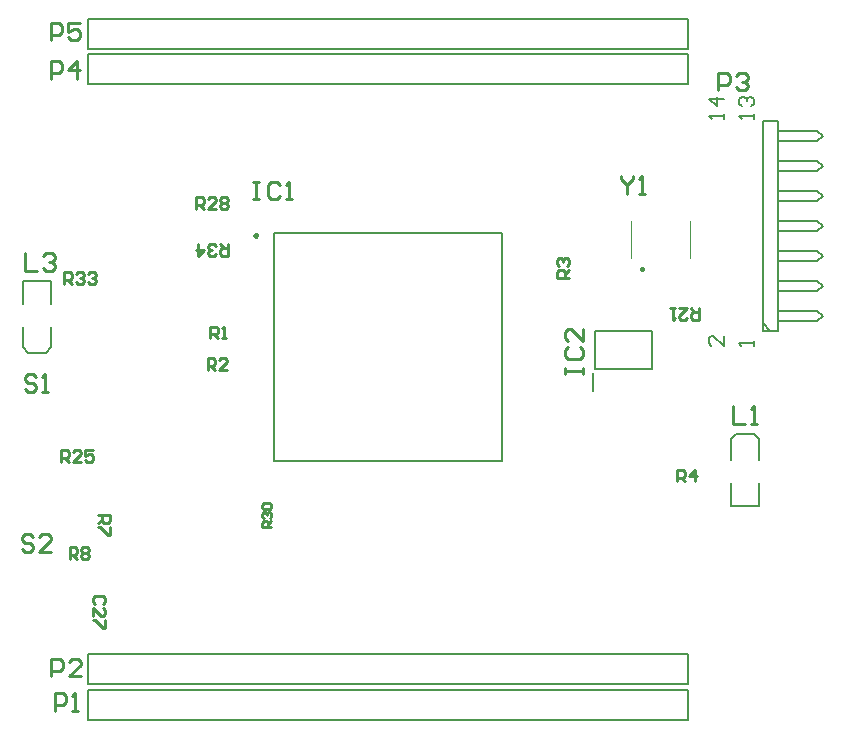
<source format=gto>
%FSTAX23Y23*%
%MOIN*%
%SFA1B1*%

%IPPOS*%
%ADD10C,0.011810*%
%ADD11C,0.009840*%
%ADD12C,0.007870*%
%ADD13C,0.003940*%
%ADD14C,0.008000*%
%ADD15C,0.010000*%
%LNpcb1-1*%
%LPD*%
G54D10*
X02149Y01553D02*
D01*
X0215Y01553*
X0215Y01553*
X0215Y01553*
X0215Y01553*
X0215Y01553*
X0215Y01553*
X0215Y01553*
X0215Y01553*
X02151Y01554*
X02151Y01554*
X02151Y01554*
X02151Y01554*
X02151Y01554*
X02151Y01554*
X02151Y01554*
X02151Y01554*
X02151Y01554*
X02151Y01555*
X02151Y01555*
X02151Y01555*
X02151Y01555*
X02151Y01555*
Y01555*
X02151Y01555*
X02151Y01555*
X02151Y01556*
X02151Y01556*
X02151Y01556*
X02151Y01556*
X02151Y01556*
X02151Y01556*
X02151Y01556*
X02151Y01556*
X02151Y01557*
X02151Y01557*
X02151Y01557*
X0215Y01557*
X0215Y01557*
X0215Y01557*
X0215Y01557*
X0215Y01557*
X0215Y01557*
X0215Y01557*
X0215Y01557*
X02149Y01557*
D01*
X02149Y01557*
X02149Y01557*
X02149Y01557*
X02149Y01557*
X02149Y01557*
X02149Y01557*
X02149Y01557*
X02148Y01557*
X02148Y01557*
X02148Y01557*
X02148Y01557*
X02148Y01556*
X02148Y01556*
X02148Y01556*
X02148Y01556*
X02148Y01556*
X02148Y01556*
X02148Y01556*
X02148Y01556*
X02148Y01555*
X02147Y01555*
X02147Y01555*
Y01555*
X02147Y01555*
X02148Y01555*
X02148Y01555*
X02148Y01554*
X02148Y01554*
X02148Y01554*
X02148Y01554*
X02148Y01554*
X02148Y01554*
X02148Y01554*
X02148Y01554*
X02148Y01554*
X02148Y01554*
X02148Y01553*
X02149Y01553*
X02149Y01553*
X02149Y01553*
X02149Y01553*
X02149Y01553*
X02149Y01553*
X02149Y01553*
X02149Y01553*
G54D11*
X00866Y0167D02*
D01*
X00866Y0167*
X00866Y0167*
X00866Y01671*
X00866Y01671*
X00865Y01671*
X00865Y01672*
X00865Y01672*
X00865Y01672*
X00865Y01673*
X00865Y01673*
X00864Y01673*
X00864Y01673*
X00864Y01674*
X00864Y01674*
X00863Y01674*
X00863Y01674*
X00863Y01674*
X00862Y01674*
X00862Y01675*
X00862Y01675*
X00861Y01675*
X00861Y01675*
X00861*
X0086Y01675*
X0086Y01675*
X0086Y01675*
X00859Y01674*
X00859Y01674*
X00859Y01674*
X00858Y01674*
X00858Y01674*
X00858Y01674*
X00857Y01673*
X00857Y01673*
X00857Y01673*
X00857Y01673*
X00857Y01672*
X00856Y01672*
X00856Y01672*
X00856Y01671*
X00856Y01671*
X00856Y01671*
X00856Y0167*
X00856Y0167*
X00856Y0167*
X00856Y01669*
X00856Y01669*
X00856Y01669*
X00856Y01668*
X00856Y01668*
X00856Y01668*
X00856Y01667*
X00857Y01667*
X00857Y01667*
X00857Y01667*
X00857Y01666*
X00857Y01666*
X00858Y01666*
X00858Y01666*
X00858Y01665*
X00859Y01665*
X00859Y01665*
X00859Y01665*
X0086Y01665*
X0086Y01665*
X0086Y01665*
X00861Y01665*
X00861*
X00861Y01665*
X00862Y01665*
X00862Y01665*
X00862Y01665*
X00863Y01665*
X00863Y01665*
X00863Y01665*
X00864Y01666*
X00864Y01666*
X00864Y01666*
X00864Y01666*
X00865Y01667*
X00865Y01667*
X00865Y01667*
X00865Y01667*
X00865Y01668*
X00865Y01668*
X00866Y01668*
X00866Y01669*
X00866Y01669*
X00866Y01669*
X00866Y0167*
G54D12*
X00377Y00153D02*
X02302D01*
X00302D02*
X00377D01*
X00302Y00053D02*
Y00153D01*
Y00053D02*
X02302D01*
Y00153*
X0199Y01225D02*
Y0135D01*
X02183*
Y01225D02*
Y0135D01*
X0199Y01225D02*
X02183D01*
X01985Y01151D02*
Y01211D01*
X0255Y01351D02*
X026D01*
Y02051*
X0255D02*
X026D01*
X0255Y01376D02*
X02575Y01351D01*
X026Y01384D02*
X02733D01*
X0275Y01401*
X02733Y01418D02*
X0275Y01401D01*
X026Y01418D02*
X02733D01*
X026Y01484D02*
X02733D01*
X0275Y01501*
X02733Y01518D02*
X0275Y01501D01*
X026Y01518D02*
X02733D01*
X026Y01584D02*
X02733D01*
X0275Y01601*
X02733Y01618D02*
X0275Y01601D01*
X026Y01618D02*
X02733D01*
X026Y01684D02*
X02733D01*
X0275Y01701*
X02733Y01718D02*
X0275Y01701D01*
X026Y01718D02*
X02733D01*
X026Y01784D02*
X02733D01*
X0275Y01801*
X02733Y01818D02*
X0275Y01801D01*
X026Y01818D02*
X02733D01*
X026Y01884D02*
X02733D01*
X0275Y01901*
X02733Y01918D02*
X0275Y01901D01*
X026Y01918D02*
X02733D01*
X026Y01984D02*
X02733D01*
X0275Y02001*
X02733Y02018D02*
X0275Y02001D01*
X026Y02018D02*
X02733D01*
X0255Y01351D02*
Y02051D01*
X02302Y02173D02*
Y02273D01*
X00302Y02173D02*
X02302D01*
X00302D02*
Y02273D01*
X00377*
X02302*
X023Y02291D02*
Y02391D01*
X003Y02291D02*
X023D01*
X003D02*
Y02391D01*
X00375*
X023*
X00302Y00173D02*
Y00273D01*
X02302*
Y00173D02*
Y00273D01*
X02227Y00173D02*
X02302D01*
X00302D02*
X02227D01*
X00923Y01676D02*
X01683D01*
Y00916D02*
Y01676D01*
X00923Y00916D02*
X01683D01*
X00923D02*
Y01676D01*
X02446Y00922D02*
Y00989D01*
X02521Y01008D02*
X02537Y00989D01*
X02446D02*
X02462Y01008D01*
X02537Y00922D02*
Y00989D01*
X02462Y01008D02*
X02521D01*
X02446Y00768D02*
X02537D01*
X02446D02*
Y00843D01*
X02537Y00768D02*
Y00843D01*
X00177Y01296D02*
Y01363D01*
X00086Y01296D02*
X00102Y01277D01*
X00161D02*
X00177Y01296D01*
X00086D02*
Y01363D01*
X00102Y01277D02*
X00161D01*
X00086Y01517D02*
X00177D01*
Y01442D02*
Y01517D01*
X00086Y01442D02*
Y01517D01*
G54D13*
X0211Y01593D02*
Y01718D01*
X02307Y01593D02*
Y01718D01*
G54D14*
X0242Y01334D02*
Y01301D01*
X02386Y01334*
X02378*
X0237Y01326*
Y01309*
X02378Y01301*
X0252D02*
Y01318D01*
Y01309*
X0247*
X02478Y01301*
X02522Y02058D02*
Y02074D01*
Y02066*
X02472*
X0248Y02058*
Y02099D02*
X02472Y02107D01*
Y02124*
X0248Y02132*
X02488*
X02497Y02124*
Y02116*
Y02124*
X02505Y02132*
X02513*
X02522Y02124*
Y02107*
X02513Y02099*
X02422Y02058D02*
Y02074D01*
Y02066*
X02372*
X0238Y02058*
X02422Y02124D02*
X02372D01*
X02397Y02099*
Y02132*
G54D15*
X0019Y00084D02*
Y00143D01*
X00219*
X00229Y00133*
Y00113*
X00219Y00103*
X0019*
X00249Y00084D02*
X00269D01*
X00259*
Y00143*
X00249Y00133*
X00662Y01757D02*
Y01796D01*
X00681*
X00688Y0179*
Y01776*
X00681Y0177*
X00662*
X00675D02*
X00688Y01757D01*
X00728D02*
X00701D01*
X00728Y01783*
Y0179*
X00721Y01796*
X00708*
X00701Y0179*
X00741D02*
X00748Y01796D01*
X00761*
X00768Y0179*
Y01783*
X00761Y01776*
X00768Y0177*
Y01763*
X00761Y01757*
X00748*
X00741Y01763*
Y0177*
X00748Y01776*
X00741Y01783*
Y0179*
X00748Y01776D02*
X00761D01*
X00119Y00664D02*
X00109Y00674D01*
X0009*
X0008Y00664*
Y00654*
X0009Y00644*
X00109*
X00119Y00634*
Y00625*
X00109Y00615*
X0009*
X0008Y00625*
X00179Y00615D02*
X00139D01*
X00179Y00654*
Y00664*
X00169Y00674*
X00149*
X00139Y00664*
X00177Y02319D02*
Y02378D01*
X00206*
X00216Y02368*
Y02348*
X00206Y02338*
X00177*
X00276Y02378D02*
X00236D01*
Y02348*
X00256Y02358*
X00266*
X00276Y02348*
Y02329*
X00266Y02319*
X00246*
X00236Y02329*
X00177Y02192D02*
Y02251D01*
X00206*
X00216Y02241*
Y02221*
X00206Y02211*
X00177*
X00266Y02192D02*
Y02251D01*
X00236Y02221*
X00276*
X00129Y01197D02*
X00119Y01207D01*
X001*
X0009Y01197*
Y01187*
X001Y01177*
X00119*
X00129Y01167*
Y01158*
X00119Y01148*
X001*
X0009Y01158*
X00149Y01148D02*
X00169D01*
X00159*
Y01207*
X00149Y01197*
X02079Y01868D02*
Y01858D01*
X02099Y01838*
X02119Y01858*
Y01868*
X02099Y01838D02*
Y01808D01*
X02139D02*
X02159D01*
X02149*
Y01868*
X02139Y01858*
X00768Y0164D02*
Y016D01*
X00748*
X00741Y01606*
Y0162*
X00748Y01626*
X00768*
X00754D02*
X00741Y0164D01*
X00728Y01606D02*
X00721Y016D01*
X00708*
X00701Y01606*
Y01613*
X00708Y0162*
X00714*
X00708*
X00701Y01626*
Y01633*
X00708Y0164*
X00721*
X00728Y01633*
X00668Y0164D02*
Y016D01*
X00688Y0162*
X00661*
X00223Y01507D02*
Y01546D01*
X00242*
X00249Y0154*
Y01526*
X00242Y0152*
X00223*
X00236D02*
X00249Y01507D01*
X00262Y0154D02*
X00269Y01546D01*
X00282*
X00289Y0154*
Y01533*
X00282Y01526*
X00276*
X00282*
X00289Y0152*
Y01513*
X00282Y01507*
X00269*
X00262Y01513*
X00302Y0154D02*
X00309Y01546D01*
X00322*
X00329Y0154*
Y01533*
X00322Y01526*
X00316*
X00322*
X00329Y0152*
Y01513*
X00322Y01507*
X00309*
X00302Y01513*
X00913Y00697D02*
X00883D01*
Y00712*
X00888Y00716*
X00898*
X00903Y00712*
Y00697*
Y00707D02*
X00913Y00716D01*
X00888Y00726D02*
X00883Y00731D01*
Y00741*
X00888Y00746*
X00893*
X00898Y00741*
Y00736*
Y00741*
X00903Y00746*
X00908*
X00913Y00741*
Y00731*
X00908Y00726*
X00888Y00756D02*
X00883Y00761D01*
Y00771*
X00888Y00776*
X00908*
X00913Y00771*
Y00761*
X00908Y00756*
X00888*
X00213Y00915D02*
Y00954D01*
X00232*
X00239Y00948*
Y00934*
X00232Y00928*
X00213*
X00226D02*
X00239Y00915D01*
X00279D02*
X00252D01*
X00279Y00941*
Y00948*
X00272Y00954*
X00259*
X00252Y00948*
X00319Y00954D02*
X00292D01*
Y00934*
X00306Y00941*
X00312*
X00319Y00934*
Y00921*
X00312Y00915*
X00299*
X00292Y00921*
X02337Y01428D02*
Y01388D01*
X02317*
X0231Y01394*
Y01408*
X02317Y01414*
X02337*
X02323D02*
X0231Y01428D01*
X0227D02*
X02297D01*
X0227Y01401*
Y01394*
X02277Y01388*
X0229*
X02297Y01394*
X02257Y01428D02*
X02243D01*
X0225*
Y01388*
X02257Y01394*
X0024Y0059D02*
Y00629D01*
X00259*
X00266Y00623*
Y00609*
X00259Y00603*
X0024*
X00253D02*
X00266Y0059D01*
X00279Y00623D02*
X00286Y00629D01*
X00299*
X00306Y00623*
Y00616*
X00299Y00609*
X00306Y00603*
Y00596*
X00299Y0059*
X00286*
X00279Y00596*
Y00603*
X00286Y00609*
X00279Y00616*
Y00623*
X00286Y00609D02*
X00299D01*
X00335Y00736D02*
X00374D01*
Y00716*
X00368Y00709*
X00354*
X00348Y00716*
Y00736*
Y00722D02*
X00335Y00709D01*
X00374Y00696D02*
Y00669D01*
X00368*
X00341Y00696*
X00335*
X02266Y00849D02*
Y00888D01*
X02285*
X02292Y00882*
Y00868*
X02285Y00862*
X02266*
X02279D02*
X02292Y00849D01*
X02325D02*
Y00888D01*
X02305Y00868*
X02332*
X01906Y01528D02*
X01866D01*
Y01547*
X01872Y01554*
X01886*
X01892Y01547*
Y01528*
Y01541D02*
X01906Y01554D01*
X01872Y01567D02*
X01866Y01574D01*
Y01587*
X01872Y01594*
X01879*
X01886Y01587*
Y01581*
Y01587*
X01892Y01594*
X01899*
X01906Y01587*
Y01574*
X01899Y01567*
X007Y0122D02*
Y01259D01*
X00719*
X00726Y01253*
Y01239*
X00719Y01233*
X007*
X00713D02*
X00726Y0122D01*
X00766D02*
X00739D01*
X00766Y01246*
Y01253*
X00759Y01259*
X00746*
X00739Y01253*
X00708Y01326D02*
Y01365D01*
X00727*
X00734Y01359*
Y01345*
X00727Y01339*
X00708*
X00721D02*
X00734Y01326D01*
X00747D02*
X00761D01*
X00754*
Y01365*
X00747Y01359*
X02402Y02153D02*
Y02212D01*
X02431*
X02441Y02202*
Y02182*
X02431Y02172*
X02402*
X02461Y02202D02*
X02471Y02212D01*
X02491*
X02501Y02202*
Y02192*
X02491Y02182*
X02481*
X02491*
X02501Y02172*
Y02163*
X02491Y02153*
X02471*
X02461Y02163*
X00178Y00199D02*
Y00258D01*
X00207*
X00217Y00248*
Y00228*
X00207Y00218*
X00178*
X00277Y00199D02*
X00237D01*
X00277Y00238*
Y00248*
X00267Y00258*
X00247*
X00237Y00248*
X00093Y01611D02*
Y01551D01*
X00132*
X00152Y01601D02*
X00162Y01611D01*
X00182*
X00192Y01601*
Y01591*
X00182Y01581*
X00172*
X00182*
X00192Y01571*
Y01561*
X00182Y01551*
X00162*
X00152Y01561*
X02452Y01102D02*
Y01042D01*
X02492*
X02512D02*
X02532D01*
X02522*
Y01102*
X02512Y01092*
X01892Y01208D02*
Y01227D01*
Y01218*
X01952*
Y01208*
Y01227*
X01902Y01297D02*
X01892Y01287D01*
Y01267*
X01902Y01257*
X01942*
X01952Y01267*
Y01287*
X01942Y01297*
X01952Y01357D02*
Y01317D01*
X01912Y01357*
X01902*
X01892Y01347*
Y01327*
X01902Y01317*
X00851Y01848D02*
X0087D01*
X00861*
Y01789*
X00851*
X0087*
X0094Y01838D02*
X0093Y01848D01*
X0091*
X009Y01838*
Y01799*
X0091Y01789*
X0093*
X0094Y01799*
X0096Y01789D02*
X0098D01*
X0097*
Y01848*
X0096Y01838*
X00352Y00439D02*
X00358Y00446D01*
Y00459*
X00352Y00466*
X00325*
X00319Y00459*
Y00446*
X00325Y00439*
X00319Y00399D02*
Y00426D01*
X00345Y00399*
X00352*
X00358Y00406*
Y00419*
X00352Y00426*
X00358Y00386D02*
Y00359D01*
X00352*
X00325Y00386*
X00319*
M02*
</source>
